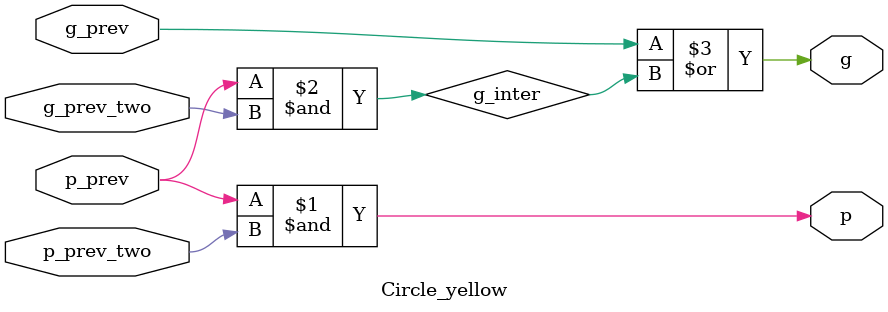
<source format=v>
module Circle_yellow(
    output signed p,
    output signed  g,
    
    input signed p_prev,
    input signed g_prev,

    input signed p_prev_two,
    input signed g_prev_two);

wire g_inter;

and(p,p_prev,p_prev_two);

and(g_inter,p_prev,g_prev_two);
or(g,g_prev,g_inter);

endmodule
</source>
